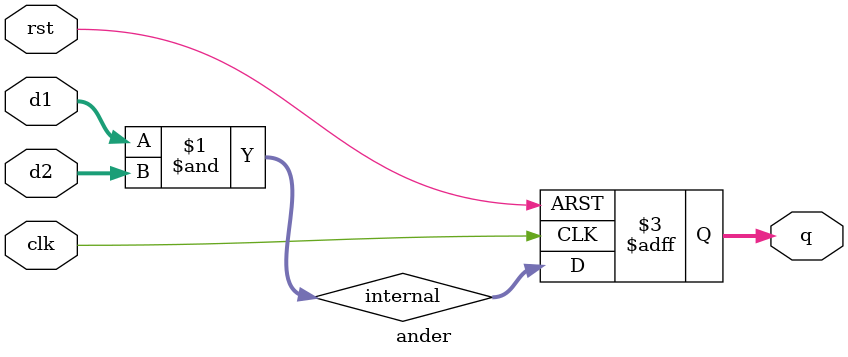
<source format=sv>

module ander(
    input logic clk,
    input logic rst,
    input logic [31:0] d1,
    input logic [31:0] d2,
    output logic [31:0] q
);

logic [31:0] internal;
assign internal = d1 & d2;

always_ff@(posedge clk or posedge rst)
begin: proc_registers
    if (rst)
        q <= '0;
    else
        q <= internal;
end

endmodule

</source>
